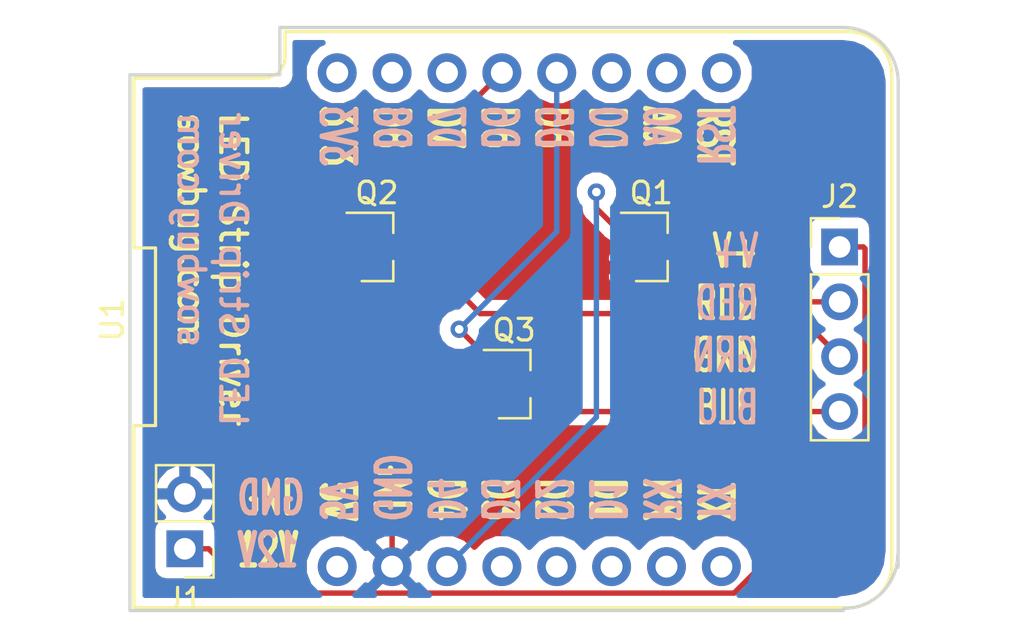
<source format=kicad_pcb>
(kicad_pcb (version 20171130) (host pcbnew 5.0.2-bee76a0~70~ubuntu18.04.1)

  (general
    (thickness 1.6)
    (drawings 18)
    (tracks 44)
    (zones 0)
    (modules 6)
    (nets 21)
  )

  (page A4)
  (layers
    (0 F.Cu signal)
    (31 B.Cu signal)
    (32 B.Adhes user)
    (33 F.Adhes user)
    (34 B.Paste user)
    (35 F.Paste user)
    (36 B.SilkS user)
    (37 F.SilkS user)
    (38 B.Mask user)
    (39 F.Mask user)
    (40 Dwgs.User user)
    (41 Cmts.User user)
    (42 Eco1.User user)
    (43 Eco2.User user)
    (44 Edge.Cuts user)
    (45 Margin user)
    (46 B.CrtYd user)
    (47 F.CrtYd user)
    (48 B.Fab user)
    (49 F.Fab user)
  )

  (setup
    (last_trace_width 0.25)
    (trace_clearance 0.2)
    (zone_clearance 0.508)
    (zone_45_only no)
    (trace_min 0.2)
    (segment_width 0.2)
    (edge_width 0.15)
    (via_size 0.8)
    (via_drill 0.4)
    (via_min_size 0.4)
    (via_min_drill 0.3)
    (uvia_size 0.3)
    (uvia_drill 0.1)
    (uvias_allowed no)
    (uvia_min_size 0.2)
    (uvia_min_drill 0.1)
    (pcb_text_width 0.3)
    (pcb_text_size 1.5 1.5)
    (mod_edge_width 0.15)
    (mod_text_size 1 1)
    (mod_text_width 0.15)
    (pad_size 1.524 1.524)
    (pad_drill 0.762)
    (pad_to_mask_clearance 0.051)
    (solder_mask_min_width 0.25)
    (aux_axis_origin 0 0)
    (visible_elements FFFFFF7F)
    (pcbplotparams
      (layerselection 0x010fc_ffffffff)
      (usegerberextensions false)
      (usegerberattributes false)
      (usegerberadvancedattributes false)
      (creategerberjobfile false)
      (excludeedgelayer true)
      (linewidth 0.100000)
      (plotframeref false)
      (viasonmask false)
      (mode 1)
      (useauxorigin false)
      (hpglpennumber 1)
      (hpglpenspeed 20)
      (hpglpendiameter 15.000000)
      (psnegative false)
      (psa4output false)
      (plotreference true)
      (plotvalue true)
      (plotinvisibletext false)
      (padsonsilk false)
      (subtractmaskfromsilk false)
      (outputformat 1)
      (mirror false)
      (drillshape 1)
      (scaleselection 1)
      (outputdirectory ""))
  )

  (net 0 "")
  (net 1 "Net-(U1-Pad16)")
  (net 2 GND)
  (net 3 "Net-(U1-Pad15)")
  (net 4 "Net-(Q1-Pad1)")
  (net 5 "Net-(Q2-Pad1)")
  (net 6 "Net-(Q3-Pad1)")
  (net 7 "Net-(U1-Pad4)")
  (net 8 "Net-(U1-Pad5)")
  (net 9 "Net-(U1-Pad11)")
  (net 10 "Net-(U1-Pad6)")
  (net 11 "Net-(U1-Pad10)")
  (net 12 "Net-(U1-Pad7)")
  (net 13 "Net-(U1-Pad9)")
  (net 14 "Net-(U1-Pad8)")
  (net 15 +12V)
  (net 16 "Net-(U1-Pad1)")
  (net 17 "Net-(U1-Pad14)")
  (net 18 "Net-(J2-Pad2)")
  (net 19 "Net-(J2-Pad3)")
  (net 20 "Net-(J2-Pad4)")

  (net_class Default "This is the default net class."
    (clearance 0.2)
    (trace_width 0.25)
    (via_dia 0.8)
    (via_drill 0.4)
    (uvia_dia 0.3)
    (uvia_drill 0.1)
    (add_net +12V)
    (add_net GND)
    (add_net "Net-(J2-Pad2)")
    (add_net "Net-(J2-Pad3)")
    (add_net "Net-(J2-Pad4)")
    (add_net "Net-(Q1-Pad1)")
    (add_net "Net-(Q2-Pad1)")
    (add_net "Net-(Q3-Pad1)")
    (add_net "Net-(U1-Pad1)")
    (add_net "Net-(U1-Pad10)")
    (add_net "Net-(U1-Pad11)")
    (add_net "Net-(U1-Pad14)")
    (add_net "Net-(U1-Pad15)")
    (add_net "Net-(U1-Pad16)")
    (add_net "Net-(U1-Pad4)")
    (add_net "Net-(U1-Pad5)")
    (add_net "Net-(U1-Pad6)")
    (add_net "Net-(U1-Pad7)")
    (add_net "Net-(U1-Pad8)")
    (add_net "Net-(U1-Pad9)")
  )

  (module Connector_PinHeader_2.54mm:PinHeader_1x04_P2.54mm_Vertical (layer F.Cu) (tedit 59FED5CC) (tstamp 5C30FE32)
    (at 170.01 90.17)
    (descr "Through hole straight pin header, 1x04, 2.54mm pitch, single row")
    (tags "Through hole pin header THT 1x04 2.54mm single row")
    (path /5C18AA9A)
    (fp_text reference J2 (at 0 -2.33) (layer F.SilkS)
      (effects (font (size 1 1) (thickness 0.15)))
    )
    (fp_text value Screw_Terminal_01x04 (at 0 9.95) (layer F.Fab)
      (effects (font (size 1 1) (thickness 0.15)))
    )
    (fp_line (start -0.635 -1.27) (end 1.27 -1.27) (layer F.Fab) (width 0.1))
    (fp_line (start 1.27 -1.27) (end 1.27 8.89) (layer F.Fab) (width 0.1))
    (fp_line (start 1.27 8.89) (end -1.27 8.89) (layer F.Fab) (width 0.1))
    (fp_line (start -1.27 8.89) (end -1.27 -0.635) (layer F.Fab) (width 0.1))
    (fp_line (start -1.27 -0.635) (end -0.635 -1.27) (layer F.Fab) (width 0.1))
    (fp_line (start -1.33 8.95) (end 1.33 8.95) (layer F.SilkS) (width 0.12))
    (fp_line (start -1.33 1.27) (end -1.33 8.95) (layer F.SilkS) (width 0.12))
    (fp_line (start 1.33 1.27) (end 1.33 8.95) (layer F.SilkS) (width 0.12))
    (fp_line (start -1.33 1.27) (end 1.33 1.27) (layer F.SilkS) (width 0.12))
    (fp_line (start -1.33 0) (end -1.33 -1.33) (layer F.SilkS) (width 0.12))
    (fp_line (start -1.33 -1.33) (end 0 -1.33) (layer F.SilkS) (width 0.12))
    (fp_line (start -1.8 -1.8) (end -1.8 9.4) (layer F.CrtYd) (width 0.05))
    (fp_line (start -1.8 9.4) (end 1.8 9.4) (layer F.CrtYd) (width 0.05))
    (fp_line (start 1.8 9.4) (end 1.8 -1.8) (layer F.CrtYd) (width 0.05))
    (fp_line (start 1.8 -1.8) (end -1.8 -1.8) (layer F.CrtYd) (width 0.05))
    (fp_text user %R (at 0 3.81 90) (layer F.Fab)
      (effects (font (size 1 1) (thickness 0.15)))
    )
    (pad 1 thru_hole rect (at 0 0) (size 1.7 1.7) (drill 1) (layers *.Cu *.Mask)
      (net 15 +12V))
    (pad 2 thru_hole oval (at 0 2.54) (size 1.7 1.7) (drill 1) (layers *.Cu *.Mask)
      (net 18 "Net-(J2-Pad2)"))
    (pad 3 thru_hole oval (at 0 5.08) (size 1.7 1.7) (drill 1) (layers *.Cu *.Mask)
      (net 19 "Net-(J2-Pad3)"))
    (pad 4 thru_hole oval (at 0 7.62) (size 1.7 1.7) (drill 1) (layers *.Cu *.Mask)
      (net 20 "Net-(J2-Pad4)"))
    (model ${KISYS3DMOD}/Connector_PinHeader_2.54mm.3dshapes/PinHeader_1x04_P2.54mm_Vertical.wrl
      (at (xyz 0 0 0))
      (scale (xyz 1 1 1))
      (rotate (xyz 0 0 0))
    )
  )

  (module Connector_PinHeader_2.54mm:PinHeader_1x02_P2.54mm_Vertical (layer F.Cu) (tedit 59FED5CC) (tstamp 5C30F9B2)
    (at 139.7 104.14 180)
    (descr "Through hole straight pin header, 1x02, 2.54mm pitch, single row")
    (tags "Through hole pin header THT 1x02 2.54mm single row")
    (path /5C189E54)
    (fp_text reference J1 (at 0 -2.33 180) (layer F.SilkS)
      (effects (font (size 1 1) (thickness 0.15)))
    )
    (fp_text value Screw_Terminal_01x02 (at 0 4.87 180) (layer F.Fab)
      (effects (font (size 1 1) (thickness 0.15)))
    )
    (fp_line (start -0.635 -1.27) (end 1.27 -1.27) (layer F.Fab) (width 0.1))
    (fp_line (start 1.27 -1.27) (end 1.27 3.81) (layer F.Fab) (width 0.1))
    (fp_line (start 1.27 3.81) (end -1.27 3.81) (layer F.Fab) (width 0.1))
    (fp_line (start -1.27 3.81) (end -1.27 -0.635) (layer F.Fab) (width 0.1))
    (fp_line (start -1.27 -0.635) (end -0.635 -1.27) (layer F.Fab) (width 0.1))
    (fp_line (start -1.33 3.87) (end 1.33 3.87) (layer F.SilkS) (width 0.12))
    (fp_line (start -1.33 1.27) (end -1.33 3.87) (layer F.SilkS) (width 0.12))
    (fp_line (start 1.33 1.27) (end 1.33 3.87) (layer F.SilkS) (width 0.12))
    (fp_line (start -1.33 1.27) (end 1.33 1.27) (layer F.SilkS) (width 0.12))
    (fp_line (start -1.33 0) (end -1.33 -1.33) (layer F.SilkS) (width 0.12))
    (fp_line (start -1.33 -1.33) (end 0 -1.33) (layer F.SilkS) (width 0.12))
    (fp_line (start -1.8 -1.8) (end -1.8 4.35) (layer F.CrtYd) (width 0.05))
    (fp_line (start -1.8 4.35) (end 1.8 4.35) (layer F.CrtYd) (width 0.05))
    (fp_line (start 1.8 4.35) (end 1.8 -1.8) (layer F.CrtYd) (width 0.05))
    (fp_line (start 1.8 -1.8) (end -1.8 -1.8) (layer F.CrtYd) (width 0.05))
    (fp_text user %R (at 0 1.27 270) (layer F.Fab)
      (effects (font (size 1 1) (thickness 0.15)))
    )
    (pad 1 thru_hole rect (at 0 0 180) (size 1.7 1.7) (drill 1) (layers *.Cu *.Mask)
      (net 15 +12V))
    (pad 2 thru_hole oval (at 0 2.54 180) (size 1.7 1.7) (drill 1) (layers *.Cu *.Mask)
      (net 2 GND))
    (model ${KISYS3DMOD}/Connector_PinHeader_2.54mm.3dshapes/PinHeader_1x02_P2.54mm_Vertical.wrl
      (at (xyz 0 0 0))
      (scale (xyz 1 1 1))
      (rotate (xyz 0 0 0))
    )
  )

  (module Package_TO_SOT_SMD:SOT-23 (layer F.Cu) (tedit 5A02FF57) (tstamp 5C30F99C)
    (at 154.94 96.52)
    (descr "SOT-23, Standard")
    (tags SOT-23)
    (path /5C188DA9)
    (attr smd)
    (fp_text reference Q3 (at 0 -2.5) (layer F.SilkS)
      (effects (font (size 1 1) (thickness 0.15)))
    )
    (fp_text value AO3402 (at 0 2.5) (layer F.Fab)
      (effects (font (size 1 1) (thickness 0.15)))
    )
    (fp_text user %R (at 0 0 90) (layer F.Fab)
      (effects (font (size 0.5 0.5) (thickness 0.075)))
    )
    (fp_line (start -0.7 -0.95) (end -0.7 1.5) (layer F.Fab) (width 0.1))
    (fp_line (start -0.15 -1.52) (end 0.7 -1.52) (layer F.Fab) (width 0.1))
    (fp_line (start -0.7 -0.95) (end -0.15 -1.52) (layer F.Fab) (width 0.1))
    (fp_line (start 0.7 -1.52) (end 0.7 1.52) (layer F.Fab) (width 0.1))
    (fp_line (start -0.7 1.52) (end 0.7 1.52) (layer F.Fab) (width 0.1))
    (fp_line (start 0.76 1.58) (end 0.76 0.65) (layer F.SilkS) (width 0.12))
    (fp_line (start 0.76 -1.58) (end 0.76 -0.65) (layer F.SilkS) (width 0.12))
    (fp_line (start -1.7 -1.75) (end 1.7 -1.75) (layer F.CrtYd) (width 0.05))
    (fp_line (start 1.7 -1.75) (end 1.7 1.75) (layer F.CrtYd) (width 0.05))
    (fp_line (start 1.7 1.75) (end -1.7 1.75) (layer F.CrtYd) (width 0.05))
    (fp_line (start -1.7 1.75) (end -1.7 -1.75) (layer F.CrtYd) (width 0.05))
    (fp_line (start 0.76 -1.58) (end -1.4 -1.58) (layer F.SilkS) (width 0.12))
    (fp_line (start 0.76 1.58) (end -0.7 1.58) (layer F.SilkS) (width 0.12))
    (pad 1 smd rect (at -1 -0.95) (size 0.9 0.8) (layers F.Cu F.Paste F.Mask)
      (net 6 "Net-(Q3-Pad1)"))
    (pad 2 smd rect (at -1 0.95) (size 0.9 0.8) (layers F.Cu F.Paste F.Mask)
      (net 2 GND))
    (pad 3 smd rect (at 1 0) (size 0.9 0.8) (layers F.Cu F.Paste F.Mask)
      (net 20 "Net-(J2-Pad4)"))
    (model ${KISYS3DMOD}/Package_TO_SOT_SMD.3dshapes/SOT-23.wrl
      (at (xyz 0 0 0))
      (scale (xyz 1 1 1))
      (rotate (xyz 0 0 0))
    )
  )

  (module Package_TO_SOT_SMD:SOT-23 (layer F.Cu) (tedit 5A02FF57) (tstamp 5C30F987)
    (at 148.59 90.17)
    (descr "SOT-23, Standard")
    (tags SOT-23)
    (path /5C188E5A)
    (attr smd)
    (fp_text reference Q2 (at 0 -2.5) (layer F.SilkS)
      (effects (font (size 1 1) (thickness 0.15)))
    )
    (fp_text value AO3402 (at 0 2.5) (layer F.Fab)
      (effects (font (size 1 1) (thickness 0.15)))
    )
    (fp_line (start 0.76 1.58) (end -0.7 1.58) (layer F.SilkS) (width 0.12))
    (fp_line (start 0.76 -1.58) (end -1.4 -1.58) (layer F.SilkS) (width 0.12))
    (fp_line (start -1.7 1.75) (end -1.7 -1.75) (layer F.CrtYd) (width 0.05))
    (fp_line (start 1.7 1.75) (end -1.7 1.75) (layer F.CrtYd) (width 0.05))
    (fp_line (start 1.7 -1.75) (end 1.7 1.75) (layer F.CrtYd) (width 0.05))
    (fp_line (start -1.7 -1.75) (end 1.7 -1.75) (layer F.CrtYd) (width 0.05))
    (fp_line (start 0.76 -1.58) (end 0.76 -0.65) (layer F.SilkS) (width 0.12))
    (fp_line (start 0.76 1.58) (end 0.76 0.65) (layer F.SilkS) (width 0.12))
    (fp_line (start -0.7 1.52) (end 0.7 1.52) (layer F.Fab) (width 0.1))
    (fp_line (start 0.7 -1.52) (end 0.7 1.52) (layer F.Fab) (width 0.1))
    (fp_line (start -0.7 -0.95) (end -0.15 -1.52) (layer F.Fab) (width 0.1))
    (fp_line (start -0.15 -1.52) (end 0.7 -1.52) (layer F.Fab) (width 0.1))
    (fp_line (start -0.7 -0.95) (end -0.7 1.5) (layer F.Fab) (width 0.1))
    (fp_text user %R (at 0 0 90) (layer F.Fab)
      (effects (font (size 0.5 0.5) (thickness 0.075)))
    )
    (pad 3 smd rect (at 1 0) (size 0.9 0.8) (layers F.Cu F.Paste F.Mask)
      (net 19 "Net-(J2-Pad3)"))
    (pad 2 smd rect (at -1 0.95) (size 0.9 0.8) (layers F.Cu F.Paste F.Mask)
      (net 2 GND))
    (pad 1 smd rect (at -1 -0.95) (size 0.9 0.8) (layers F.Cu F.Paste F.Mask)
      (net 5 "Net-(Q2-Pad1)"))
    (model ${KISYS3DMOD}/Package_TO_SOT_SMD.3dshapes/SOT-23.wrl
      (at (xyz 0 0 0))
      (scale (xyz 1 1 1))
      (rotate (xyz 0 0 0))
    )
  )

  (module Package_TO_SOT_SMD:SOT-23 (layer F.Cu) (tedit 5A02FF57) (tstamp 5C30F972)
    (at 161.29 90.17)
    (descr "SOT-23, Standard")
    (tags SOT-23)
    (path /5C188D39)
    (attr smd)
    (fp_text reference Q1 (at 0 -2.5) (layer F.SilkS)
      (effects (font (size 1 1) (thickness 0.15)))
    )
    (fp_text value AO3402 (at 0 2.5) (layer F.Fab)
      (effects (font (size 1 1) (thickness 0.15)))
    )
    (fp_text user %R (at 0 0 90) (layer F.Fab)
      (effects (font (size 0.5 0.5) (thickness 0.075)))
    )
    (fp_line (start -0.7 -0.95) (end -0.7 1.5) (layer F.Fab) (width 0.1))
    (fp_line (start -0.15 -1.52) (end 0.7 -1.52) (layer F.Fab) (width 0.1))
    (fp_line (start -0.7 -0.95) (end -0.15 -1.52) (layer F.Fab) (width 0.1))
    (fp_line (start 0.7 -1.52) (end 0.7 1.52) (layer F.Fab) (width 0.1))
    (fp_line (start -0.7 1.52) (end 0.7 1.52) (layer F.Fab) (width 0.1))
    (fp_line (start 0.76 1.58) (end 0.76 0.65) (layer F.SilkS) (width 0.12))
    (fp_line (start 0.76 -1.58) (end 0.76 -0.65) (layer F.SilkS) (width 0.12))
    (fp_line (start -1.7 -1.75) (end 1.7 -1.75) (layer F.CrtYd) (width 0.05))
    (fp_line (start 1.7 -1.75) (end 1.7 1.75) (layer F.CrtYd) (width 0.05))
    (fp_line (start 1.7 1.75) (end -1.7 1.75) (layer F.CrtYd) (width 0.05))
    (fp_line (start -1.7 1.75) (end -1.7 -1.75) (layer F.CrtYd) (width 0.05))
    (fp_line (start 0.76 -1.58) (end -1.4 -1.58) (layer F.SilkS) (width 0.12))
    (fp_line (start 0.76 1.58) (end -0.7 1.58) (layer F.SilkS) (width 0.12))
    (pad 1 smd rect (at -1 -0.95) (size 0.9 0.8) (layers F.Cu F.Paste F.Mask)
      (net 4 "Net-(Q1-Pad1)"))
    (pad 2 smd rect (at -1 0.95) (size 0.9 0.8) (layers F.Cu F.Paste F.Mask)
      (net 2 GND))
    (pad 3 smd rect (at 1 0) (size 0.9 0.8) (layers F.Cu F.Paste F.Mask)
      (net 18 "Net-(J2-Pad2)"))
    (model ${KISYS3DMOD}/Package_TO_SOT_SMD.3dshapes/SOT-23.wrl
      (at (xyz 0 0 0))
      (scale (xyz 1 1 1))
      (rotate (xyz 0 0 0))
    )
  )

  (module wemos-d1-mini:wemos-d1-mini-connectors-only (layer F.Cu) (tedit 58B56BF5) (tstamp 5C30F95D)
    (at 155.645001 93.537025)
    (path /5C18864E)
    (fp_text reference U1 (at -19.3 0 90) (layer F.SilkS)
      (effects (font (size 1 1) (thickness 0.15)))
    )
    (fp_text value WeMos_mini (at 0 0) (layer F.Fab)
      (effects (font (size 1 1) (thickness 0.15)))
    )
    (fp_line (start -18.3 13.33) (end 14.78 13.33) (layer F.SilkS) (width 0.15))
    (fp_line (start 16.78 11.33) (end 16.78 -11.33) (layer F.SilkS) (width 0.15))
    (fp_line (start 14.78 -13.33) (end -11.3 -13.33) (layer F.SilkS) (width 0.15))
    (fp_line (start -18.3 -11.18) (end -18.3 -3.32) (layer F.SilkS) (width 0.15))
    (fp_line (start -18.3 -3.32) (end -17.3 -3.32) (layer F.SilkS) (width 0.15))
    (fp_line (start -17.3 -3.32) (end -17.3 4.9) (layer F.SilkS) (width 0.15))
    (fp_line (start -17.3 4.9) (end -18.3 4.9) (layer F.SilkS) (width 0.15))
    (fp_line (start -18.3 4.9) (end -18.3 13.329999) (layer F.SilkS) (width 0.15))
    (fp_line (start -11.48 -13.5) (end 14.85 -13.5) (layer F.CrtYd) (width 0.05))
    (fp_line (start 16.94 -11.5) (end 16.94 11.5) (layer F.CrtYd) (width 0.05))
    (fp_line (start 14.94 13.5) (end -18.46 13.5) (layer F.CrtYd) (width 0.05))
    (fp_line (start -18.46 13.5) (end -18.46 -11.33) (layer F.CrtYd) (width 0.05))
    (fp_arc (start 14.78 -11.33) (end 14.78 -13.33) (angle 90) (layer F.SilkS) (width 0.15))
    (fp_arc (start 14.78 11.33) (end 16.78 11.33) (angle 90) (layer F.SilkS) (width 0.15))
    (fp_arc (start 14.94 11.5) (end 16.94 11.5) (angle 90) (layer F.CrtYd) (width 0.05))
    (fp_arc (start 14.94 -11.5) (end 14.85 -13.5) (angle 92.57657183) (layer F.CrtYd) (width 0.05))
    (fp_line (start -18.3 -11.18) (end -12.3 -11.18) (layer F.SilkS) (width 0.15))
    (fp_arc (start -12.3 -12.18) (end -11.3 -12.18) (angle 90) (layer F.SilkS) (width 0.15))
    (fp_line (start -11.3 -12.17) (end -11.3 -13.33) (layer F.SilkS) (width 0.15))
    (fp_line (start -11.3 -13.33) (end -11.3 -13.33) (layer F.SilkS) (width 0.15))
    (fp_line (start -11.48 -13.5) (end -11.48 -12.33) (layer F.CrtYd) (width 0.05))
    (fp_line (start -18.46 -11.33) (end -12.48 -11.33) (layer F.CrtYd) (width 0.05))
    (fp_arc (start -12.48 -12.33) (end -11.48 -12.33) (angle 90) (layer F.CrtYd) (width 0.05))
    (pad 16 thru_hole circle (at -8.89 -11.43) (size 1.8 1.8) (drill 1.016) (layers *.Cu *.Mask)
      (net 1 "Net-(U1-Pad16)"))
    (pad 1 thru_hole circle (at -8.89 11.43) (size 1.8 1.8) (drill 1.016) (layers *.Cu *.Mask)
      (net 16 "Net-(U1-Pad1)"))
    (pad 15 thru_hole circle (at -6.35 -11.43) (size 1.8 1.8) (drill 1.016) (layers *.Cu *.Mask)
      (net 3 "Net-(U1-Pad15)"))
    (pad 2 thru_hole circle (at -6.35 11.43) (size 1.8 1.8) (drill 1.016) (layers *.Cu *.Mask)
      (net 2 GND))
    (pad 14 thru_hole circle (at -3.81 -11.43) (size 1.8 1.8) (drill 1.016) (layers *.Cu *.Mask)
      (net 17 "Net-(U1-Pad14)"))
    (pad 3 thru_hole circle (at -3.81 11.43) (size 1.8 1.8) (drill 1.016) (layers *.Cu *.Mask)
      (net 4 "Net-(Q1-Pad1)"))
    (pad 13 thru_hole circle (at -1.27 -11.43) (size 1.8 1.8) (drill 1.016) (layers *.Cu *.Mask)
      (net 5 "Net-(Q2-Pad1)"))
    (pad 4 thru_hole circle (at -1.27 11.43) (size 1.8 1.8) (drill 1.016) (layers *.Cu *.Mask)
      (net 7 "Net-(U1-Pad4)"))
    (pad 12 thru_hole circle (at 1.27 -11.43) (size 1.8 1.8) (drill 1.016) (layers *.Cu *.Mask)
      (net 6 "Net-(Q3-Pad1)"))
    (pad 5 thru_hole circle (at 1.27 11.43) (size 1.8 1.8) (drill 1.016) (layers *.Cu *.Mask)
      (net 8 "Net-(U1-Pad5)"))
    (pad 11 thru_hole circle (at 3.81 -11.43) (size 1.8 1.8) (drill 1.016) (layers *.Cu *.Mask)
      (net 9 "Net-(U1-Pad11)"))
    (pad 6 thru_hole circle (at 3.81 11.43) (size 1.8 1.8) (drill 1.016) (layers *.Cu *.Mask)
      (net 10 "Net-(U1-Pad6)"))
    (pad 10 thru_hole circle (at 6.35 -11.43) (size 1.8 1.8) (drill 1.016) (layers *.Cu *.Mask)
      (net 11 "Net-(U1-Pad10)"))
    (pad 7 thru_hole circle (at 6.35 11.43) (size 1.8 1.8) (drill 1.016) (layers *.Cu *.Mask)
      (net 12 "Net-(U1-Pad7)"))
    (pad 9 thru_hole circle (at 8.89 -11.43) (size 1.8 1.8) (drill 1.016) (layers *.Cu *.Mask)
      (net 13 "Net-(U1-Pad9)"))
    (pad 8 thru_hole circle (at 8.89 11.43) (size 1.8 1.8) (drill 1.016) (layers *.Cu *.Mask)
      (net 14 "Net-(U1-Pad8)"))
    (model ${KIPRJMOD}/3dshapes/wemos_d1_mini.3dshapes/SLW-108-01-G-S.wrl
      (offset (xyz 0 -11.39999982878918 0))
      (scale (xyz 0.3937 0.3937 0.3937))
      (rotate (xyz -90 0 0))
    )
    (model ${KIPRJMOD}/3dshapes/wemos_d1_mini.3dshapes/SLW-108-01-G-S.wrl
      (offset (xyz 0 11.39999982878918 0))
      (scale (xyz 0.3937 0.3937 0.3937))
      (rotate (xyz -90 0 0))
    )
    (model ${KIPRJMOD}/3dshapes/wemos_d1_mini.3dshapes/TSW-108-05-G-S.wrl
      (offset (xyz 0 -11.39999982878918 7.299999890364999))
      (scale (xyz 0.3937 0.3937 0.3937))
      (rotate (xyz 90 0 0))
    )
    (model ${KIPRJMOD}/3dshapes/wemos_d1_mini.3dshapes/TSW-108-05-G-S.wrl
      (offset (xyz 0 11.39999982878918 7.299999890364999))
      (scale (xyz 0.3937 0.3937 0.3937))
      (rotate (xyz 90 0 0))
    )
  )

  (gr_arc (start 170.2 104.4) (end 170.2 106.9) (angle -90) (layer Edge.Cuts) (width 0.15))
  (gr_line (start 144.1 82.2) (end 137.16 82.2) (layer Edge.Cuts) (width 0.15))
  (gr_line (start 144.1 80.01) (end 144.1 82.2) (layer Edge.Cuts) (width 0.15))
  (gr_arc (start 170.18 82.55) (end 172.72 82.55) (angle -90) (layer Edge.Cuts) (width 0.15))
  (gr_line (start 137.16 107) (end 137.16 82.2) (layer Edge.Cuts) (width 0.15))
  (gr_line (start 170.18 107) (end 137.16 107) (layer Edge.Cuts) (width 0.15))
  (gr_line (start 172.72 82.55) (end 172.72 105) (layer Edge.Cuts) (width 0.15))
  (gr_line (start 144.1 80.01) (end 170.18 80.01) (layer Edge.Cuts) (width 0.15))
  (gr_text "LED Strip Driver\nsowbug.com" (at 140.97 83.82 -90) (layer B.SilkS) (tstamp 5C311DB9)
    (effects (font (size 1.2 1.2) (thickness 0.2)) (justify right mirror))
  )
  (gr_text "LED Strip Driver\nsowbug.com" (at 140.97 83.82 -90) (layer F.SilkS)
    (effects (font (size 1.2 1.2) (thickness 0.2)) (justify left))
  )
  (gr_text "V+\nRED\nGRN\nBLU" (at 166.37 93.98) (layer B.SilkS) (tstamp 5C311CBA)
    (effects (font (size 1.5 1) (thickness 0.2)) (justify left mirror))
  )
  (gr_text "V+\nRED\nGRN\nBLU" (at 166.37 93.98) (layer F.SilkS) (tstamp 5C3116E4)
    (effects (font (size 1.5 1) (thickness 0.2)) (justify right))
  )
  (gr_text "GND\n12V" (at 142 103) (layer B.SilkS) (tstamp 5C31168B)
    (effects (font (size 1.5 1) (thickness 0.25)) (justify right mirror))
  )
  (gr_text "RST\nA0\nD0\nD5\nD6\nD7\nD8\n3V3" (at 155.5 83.5 270) (layer B.SilkS) (tstamp 5C311687)
    (effects (font (size 1.55 1) (thickness 0.25)) (justify right mirror))
  )
  (gr_text "TX\nRX\nD1\nD2\nD3\nD4\nGND\n5V" (at 155.5 103 270) (layer B.SilkS) (tstamp 5C311679)
    (effects (font (size 1.55 1) (thickness 0.25)) (justify left mirror))
  )
  (gr_text "GND\n12V" (at 142 103) (layer F.SilkS)
    (effects (font (size 1.5 1) (thickness 0.25)) (justify left))
  )
  (gr_text "TX\nRX\nD1\nD2\nD3\nD4\nGND\n5V" (at 155.5 103 270) (layer F.SilkS) (tstamp 5C310652)
    (effects (font (size 1.55 1) (thickness 0.25)) (justify right))
  )
  (gr_text "RST\nA0\nD0\nD5\nD6\nD7\nD8\n3V3" (at 155.5 83.5 270) (layer F.SilkS)
    (effects (font (size 1.55 1) (thickness 0.25)) (justify left))
  )

  (segment (start 153.94 97.47) (end 147.59 91.12) (width 0.25) (layer F.Cu) (net 2))
  (segment (start 149.295001 103.694233) (end 149.295001 104.967025) (width 0.25) (layer F.Cu) (net 2))
  (segment (start 149.295001 102.064999) (end 149.295001 103.694233) (width 0.25) (layer F.Cu) (net 2))
  (segment (start 153.89 97.47) (end 149.295001 102.064999) (width 0.25) (layer F.Cu) (net 2))
  (segment (start 148.830002 101.6) (end 139.7 101.6) (width 0.25) (layer F.Cu) (net 2))
  (segment (start 149.295001 102.064999) (end 148.830002 101.6) (width 0.25) (layer F.Cu) (net 2))
  (segment (start 148.814999 89.509999) (end 148.814999 92.394999) (width 0.25) (layer F.Cu) (net 2))
  (segment (start 148.814999 92.394999) (end 153.89 97.47) (width 0.25) (layer F.Cu) (net 2))
  (segment (start 148.879999 89.444999) (end 148.814999 89.509999) (width 0.25) (layer F.Cu) (net 2))
  (segment (start 153.89 97.47) (end 153.94 97.47) (width 0.25) (layer F.Cu) (net 2))
  (segment (start 158.564999 89.444999) (end 148.879999 89.444999) (width 0.25) (layer F.Cu) (net 2))
  (segment (start 160.24 91.12) (end 158.564999 89.444999) (width 0.25) (layer F.Cu) (net 2))
  (segment (start 160.29 91.12) (end 160.24 91.12) (width 0.25) (layer F.Cu) (net 2))
  (via (at 158.75 87.63) (size 0.8) (drill 0.4) (layers F.Cu B.Cu) (net 4))
  (segment (start 158.75 88.38) (end 158.75 87.63) (width 0.25) (layer F.Cu) (net 4))
  (segment (start 160.29 89.22) (end 159.59 89.22) (width 0.25) (layer F.Cu) (net 4))
  (segment (start 159.59 89.22) (end 158.75 88.38) (width 0.25) (layer F.Cu) (net 4))
  (segment (start 158.75 98.052026) (end 151.835001 104.967025) (width 0.25) (layer B.Cu) (net 4))
  (segment (start 158.75 87.63) (end 158.75 98.052026) (width 0.25) (layer B.Cu) (net 4))
  (segment (start 147.59 88.892026) (end 147.59 89.22) (width 0.25) (layer F.Cu) (net 5))
  (segment (start 154.375001 82.107025) (end 147.59 88.892026) (width 0.25) (layer F.Cu) (net 5))
  (segment (start 153.94 95.57) (end 153.94 95.52) (width 0.25) (layer F.Cu) (net 6))
  (via (at 152.4 93.98) (size 0.8) (drill 0.4) (layers F.Cu B.Cu) (net 6))
  (segment (start 153.94 95.52) (end 152.4 93.98) (width 0.25) (layer F.Cu) (net 6))
  (segment (start 156.915001 89.464999) (end 156.915001 82.107025) (width 0.25) (layer B.Cu) (net 6))
  (segment (start 152.4 93.98) (end 156.915001 89.464999) (width 0.25) (layer B.Cu) (net 6))
  (segment (start 170.085001 90.245001) (end 170.01 90.17) (width 0.25) (layer F.Cu) (net 15))
  (segment (start 140.8 104.14) (end 139.7 104.14) (width 0.25) (layer F.Cu) (net 15))
  (segment (start 142.852026 106.192026) (end 140.8 104.14) (width 0.25) (layer F.Cu) (net 15))
  (segment (start 165.123002 106.192026) (end 142.852026 106.192026) (width 0.25) (layer F.Cu) (net 15))
  (segment (start 171.185001 100.130027) (end 165.123002 106.192026) (width 0.25) (layer F.Cu) (net 15))
  (segment (start 171.185001 90.245001) (end 171.185001 100.130027) (width 0.25) (layer F.Cu) (net 15))
  (segment (start 171.11 90.17) (end 171.185001 90.245001) (width 0.25) (layer F.Cu) (net 15))
  (segment (start 170.01 90.17) (end 171.11 90.17) (width 0.25) (layer F.Cu) (net 15))
  (segment (start 162.29 90.82) (end 162.29 90.17) (width 0.25) (layer F.Cu) (net 18))
  (segment (start 164.18 92.71) (end 162.29 90.82) (width 0.25) (layer F.Cu) (net 18))
  (segment (start 170.01 92.71) (end 164.18 92.71) (width 0.25) (layer F.Cu) (net 18))
  (segment (start 150.29 90.17) (end 149.59 90.17) (width 0.25) (layer F.Cu) (net 19))
  (segment (start 153.374999 93.254999) (end 150.29 90.17) (width 0.25) (layer F.Cu) (net 19))
  (segment (start 168.014999 93.254999) (end 153.374999 93.254999) (width 0.25) (layer F.Cu) (net 19))
  (segment (start 170.01 95.25) (end 168.014999 93.254999) (width 0.25) (layer F.Cu) (net 19))
  (segment (start 155.94 97.17) (end 155.94 96.52) (width 0.25) (layer F.Cu) (net 20))
  (segment (start 156.56 97.79) (end 155.94 97.17) (width 0.25) (layer F.Cu) (net 20))
  (segment (start 170.01 97.79) (end 156.56 97.79) (width 0.25) (layer F.Cu) (net 20))

  (zone (net 2) (net_name GND) (layer F.Cu) (tstamp 0) (hatch edge 0.508)
    (connect_pads (clearance 0.508))
    (min_thickness 0.254)
    (fill yes (arc_segments 16) (thermal_gap 0.508) (thermal_bridge_width 0.508))
    (polygon
      (pts
        (xy 135.89 78.74) (xy 173.99 78.74) (xy 173.99 107.95) (xy 135.89 107.95)
      )
    )
    (filled_polygon
      (pts
        (xy 170.633698 80.782958) (xy 171.058893 80.951305) (xy 171.428858 81.220101) (xy 171.720356 81.572462) (xy 171.915067 81.986244)
        (xy 172.007093 82.468662) (xy 172.01 82.561164) (xy 172.010001 104.235513) (xy 171.995598 104.311014) (xy 171.928299 104.843751)
        (xy 171.763646 105.259618) (xy 171.500741 105.621477) (xy 171.156105 105.906583) (xy 170.751395 106.097024) (xy 170.278825 106.187172)
        (xy 170.177699 106.19035) (xy 170.001917 106.218191) (xy 169.838581 106.288873) (xy 169.837128 106.29) (xy 166.099829 106.29)
        (xy 171.669474 100.720356) (xy 171.73293 100.677956) (xy 171.900905 100.426564) (xy 171.945001 100.204879) (xy 171.945001 100.204875)
        (xy 171.959889 100.130028) (xy 171.945001 100.055181) (xy 171.945001 90.319847) (xy 171.959889 90.245) (xy 171.945001 90.170153)
        (xy 171.945001 90.170149) (xy 171.900905 89.948464) (xy 171.73293 89.697072) (xy 171.68797 89.667031) (xy 171.657929 89.622071)
        (xy 171.50744 89.521517) (xy 171.50744 89.32) (xy 171.458157 89.072235) (xy 171.317809 88.862191) (xy 171.107765 88.721843)
        (xy 170.86 88.67256) (xy 169.16 88.67256) (xy 168.912235 88.721843) (xy 168.702191 88.862191) (xy 168.561843 89.072235)
        (xy 168.51256 89.32) (xy 168.51256 91.02) (xy 168.561843 91.267765) (xy 168.702191 91.477809) (xy 168.912235 91.618157)
        (xy 168.957619 91.627184) (xy 168.939375 91.639375) (xy 168.731822 91.95) (xy 164.494802 91.95) (xy 163.342207 90.797405)
        (xy 163.38744 90.57) (xy 163.38744 89.77) (xy 163.338157 89.522235) (xy 163.197809 89.312191) (xy 162.987765 89.171843)
        (xy 162.74 89.12256) (xy 161.84 89.12256) (xy 161.592235 89.171843) (xy 161.38744 89.308684) (xy 161.38744 88.82)
        (xy 161.338157 88.572235) (xy 161.197809 88.362191) (xy 160.987765 88.221843) (xy 160.74 88.17256) (xy 159.84 88.17256)
        (xy 159.6543 88.209498) (xy 159.637287 88.192485) (xy 159.785 87.835874) (xy 159.785 87.424126) (xy 159.627431 87.04372)
        (xy 159.33628 86.752569) (xy 158.955874 86.595) (xy 158.544126 86.595) (xy 158.16372 86.752569) (xy 157.872569 87.04372)
        (xy 157.715 87.424126) (xy 157.715 87.835874) (xy 157.872569 88.21628) (xy 157.985262 88.328973) (xy 157.975112 88.38)
        (xy 157.99 88.454847) (xy 157.99 88.454851) (xy 158.034096 88.676536) (xy 158.202071 88.927929) (xy 158.265529 88.970331)
        (xy 158.999673 89.704475) (xy 159.042071 89.767929) (xy 159.105524 89.810327) (xy 159.105526 89.810329) (xy 159.230902 89.894102)
        (xy 159.28246 89.928552) (xy 159.382191 90.077809) (xy 159.515694 90.167013) (xy 159.480302 90.181673) (xy 159.301673 90.360301)
        (xy 159.205 90.59369) (xy 159.205 90.83425) (xy 159.36375 90.993) (xy 160.163 90.993) (xy 160.163 90.973)
        (xy 160.417 90.973) (xy 160.417 90.993) (xy 161.21625 90.993) (xy 161.301781 90.907469) (xy 161.382191 91.027809)
        (xy 161.592235 91.168157) (xy 161.611095 91.171908) (xy 161.742071 91.367929) (xy 161.80553 91.410331) (xy 162.890197 92.494999)
        (xy 153.689802 92.494999) (xy 152.600553 91.40575) (xy 159.205 91.40575) (xy 159.205 91.64631) (xy 159.301673 91.879699)
        (xy 159.480302 92.058327) (xy 159.713691 92.155) (xy 160.00425 92.155) (xy 160.163 91.99625) (xy 160.163 91.247)
        (xy 160.417 91.247) (xy 160.417 91.99625) (xy 160.57575 92.155) (xy 160.866309 92.155) (xy 161.099698 92.058327)
        (xy 161.278327 91.879699) (xy 161.375 91.64631) (xy 161.375 91.40575) (xy 161.21625 91.247) (xy 160.417 91.247)
        (xy 160.163 91.247) (xy 159.36375 91.247) (xy 159.205 91.40575) (xy 152.600553 91.40575) (xy 150.880331 89.68553)
        (xy 150.837929 89.622071) (xy 150.59754 89.461448) (xy 150.497809 89.312191) (xy 150.287765 89.171843) (xy 150.04 89.12256)
        (xy 149.14 89.12256) (xy 148.892235 89.171843) (xy 148.68744 89.308684) (xy 148.68744 88.869387) (xy 153.960163 83.596665)
        (xy 154.069671 83.642025) (xy 154.680331 83.642025) (xy 155.244508 83.408335) (xy 155.645001 83.007842) (xy 156.045494 83.408335)
        (xy 156.609671 83.642025) (xy 157.220331 83.642025) (xy 157.784508 83.408335) (xy 158.185001 83.007842) (xy 158.585494 83.408335)
        (xy 159.149671 83.642025) (xy 159.760331 83.642025) (xy 160.324508 83.408335) (xy 160.725001 83.007842) (xy 161.125494 83.408335)
        (xy 161.689671 83.642025) (xy 162.300331 83.642025) (xy 162.864508 83.408335) (xy 163.265001 83.007842) (xy 163.665494 83.408335)
        (xy 164.229671 83.642025) (xy 164.840331 83.642025) (xy 165.404508 83.408335) (xy 165.836311 82.976532) (xy 166.070001 82.412355)
        (xy 166.070001 81.801695) (xy 165.836311 81.237518) (xy 165.404508 80.805715) (xy 165.197574 80.72) (xy 170.135334 80.72)
      )
    )
    (filled_polygon
      (pts
        (xy 145.885494 80.805715) (xy 145.453691 81.237518) (xy 145.220001 81.801695) (xy 145.220001 82.412355) (xy 145.453691 82.976532)
        (xy 145.885494 83.408335) (xy 146.449671 83.642025) (xy 147.060331 83.642025) (xy 147.624508 83.408335) (xy 148.025001 83.007842)
        (xy 148.425494 83.408335) (xy 148.989671 83.642025) (xy 149.600331 83.642025) (xy 150.164508 83.408335) (xy 150.565001 83.007842)
        (xy 150.965494 83.408335) (xy 151.529671 83.642025) (xy 151.765199 83.642025) (xy 147.234665 88.17256) (xy 147.14 88.17256)
        (xy 146.892235 88.221843) (xy 146.682191 88.362191) (xy 146.541843 88.572235) (xy 146.49256 88.82) (xy 146.49256 89.62)
        (xy 146.541843 89.867765) (xy 146.682191 90.077809) (xy 146.815694 90.167013) (xy 146.780302 90.181673) (xy 146.601673 90.360301)
        (xy 146.505 90.59369) (xy 146.505 90.83425) (xy 146.66375 90.993) (xy 147.463 90.993) (xy 147.463 90.973)
        (xy 147.717 90.973) (xy 147.717 90.993) (xy 148.51625 90.993) (xy 148.601781 90.907469) (xy 148.682191 91.027809)
        (xy 148.892235 91.168157) (xy 149.14 91.21744) (xy 150.04 91.21744) (xy 150.225701 91.180502) (xy 152.049927 93.004729)
        (xy 151.81372 93.102569) (xy 151.522569 93.39372) (xy 151.365 93.774126) (xy 151.365 94.185874) (xy 151.522569 94.56628)
        (xy 151.81372 94.857431) (xy 152.194126 95.015) (xy 152.360199 95.015) (xy 152.84256 95.497362) (xy 152.84256 95.97)
        (xy 152.891843 96.217765) (xy 153.032191 96.427809) (xy 153.165694 96.517013) (xy 153.130302 96.531673) (xy 152.951673 96.710301)
        (xy 152.855 96.94369) (xy 152.855 97.18425) (xy 153.01375 97.343) (xy 153.813 97.343) (xy 153.813 97.323)
        (xy 154.067 97.323) (xy 154.067 97.343) (xy 154.86625 97.343) (xy 154.951781 97.257469) (xy 155.032191 97.377809)
        (xy 155.242235 97.518157) (xy 155.261095 97.521908) (xy 155.392071 97.717929) (xy 155.455529 97.76033) (xy 155.969672 98.274475)
        (xy 156.012071 98.337929) (xy 156.075524 98.380327) (xy 156.075526 98.380329) (xy 156.200902 98.464102) (xy 156.263463 98.505904)
        (xy 156.485148 98.55) (xy 156.485152 98.55) (xy 156.559999 98.564888) (xy 156.634846 98.55) (xy 168.731822 98.55)
        (xy 168.939375 98.860625) (xy 169.430582 99.188839) (xy 169.863744 99.275) (xy 170.156256 99.275) (xy 170.425002 99.221543)
        (xy 170.425002 99.815224) (xy 165.926053 104.314174) (xy 165.836311 104.097518) (xy 165.404508 103.665715) (xy 164.840331 103.432025)
        (xy 164.229671 103.432025) (xy 163.665494 103.665715) (xy 163.265001 104.066208) (xy 162.864508 103.665715) (xy 162.300331 103.432025)
        (xy 161.689671 103.432025) (xy 161.125494 103.665715) (xy 160.725001 104.066208) (xy 160.324508 103.665715) (xy 159.760331 103.432025)
        (xy 159.149671 103.432025) (xy 158.585494 103.665715) (xy 158.185001 104.066208) (xy 157.784508 103.665715) (xy 157.220331 103.432025)
        (xy 156.609671 103.432025) (xy 156.045494 103.665715) (xy 155.645001 104.066208) (xy 155.244508 103.665715) (xy 154.680331 103.432025)
        (xy 154.069671 103.432025) (xy 153.505494 103.665715) (xy 153.105001 104.066208) (xy 152.704508 103.665715) (xy 152.140331 103.432025)
        (xy 151.529671 103.432025) (xy 150.965494 103.665715) (xy 150.533691 104.097518) (xy 150.525563 104.11714) (xy 150.37516 104.066471)
        (xy 149.474606 104.967025) (xy 149.488749 104.981168) (xy 149.309144 105.160773) (xy 149.295001 105.14663) (xy 149.280859 105.160773)
        (xy 149.101254 104.981168) (xy 149.115396 104.967025) (xy 148.214842 104.066471) (xy 148.064439 104.11714) (xy 148.056311 104.097518)
        (xy 147.845659 103.886866) (xy 148.394447 103.886866) (xy 149.295001 104.78742) (xy 150.195555 103.886866) (xy 150.109149 103.630382)
        (xy 149.535665 103.420567) (xy 148.925541 103.446186) (xy 148.480853 103.630382) (xy 148.394447 103.886866) (xy 147.845659 103.886866)
        (xy 147.624508 103.665715) (xy 147.060331 103.432025) (xy 146.449671 103.432025) (xy 145.885494 103.665715) (xy 145.453691 104.097518)
        (xy 145.220001 104.661695) (xy 145.220001 105.272355) (xy 145.286139 105.432026) (xy 143.166828 105.432026) (xy 141.390331 103.65553)
        (xy 141.347929 103.592071) (xy 141.19744 103.491517) (xy 141.19744 103.29) (xy 141.148157 103.042235) (xy 141.007809 102.832191)
        (xy 140.797765 102.691843) (xy 140.694292 102.671261) (xy 140.971645 102.366924) (xy 141.141476 101.95689) (xy 141.020155 101.727)
        (xy 139.827 101.727) (xy 139.827 101.747) (xy 139.573 101.747) (xy 139.573 101.727) (xy 138.379845 101.727)
        (xy 138.258524 101.95689) (xy 138.428355 102.366924) (xy 138.705708 102.671261) (xy 138.602235 102.691843) (xy 138.392191 102.832191)
        (xy 138.251843 103.042235) (xy 138.20256 103.29) (xy 138.20256 104.99) (xy 138.251843 105.237765) (xy 138.392191 105.447809)
        (xy 138.602235 105.588157) (xy 138.85 105.63744) (xy 140.55 105.63744) (xy 140.797765 105.588157) (xy 141.007809 105.447809)
        (xy 141.017902 105.432704) (xy 141.875198 106.29) (xy 137.87 106.29) (xy 137.87 101.24311) (xy 138.258524 101.24311)
        (xy 138.379845 101.473) (xy 139.573 101.473) (xy 139.573 100.279181) (xy 139.827 100.279181) (xy 139.827 101.473)
        (xy 141.020155 101.473) (xy 141.141476 101.24311) (xy 140.971645 100.833076) (xy 140.581358 100.404817) (xy 140.056892 100.158514)
        (xy 139.827 100.279181) (xy 139.573 100.279181) (xy 139.343108 100.158514) (xy 138.818642 100.404817) (xy 138.428355 100.833076)
        (xy 138.258524 101.24311) (xy 137.87 101.24311) (xy 137.87 97.75575) (xy 152.855 97.75575) (xy 152.855 97.99631)
        (xy 152.951673 98.229699) (xy 153.130302 98.408327) (xy 153.363691 98.505) (xy 153.65425 98.505) (xy 153.813 98.34625)
        (xy 153.813 97.597) (xy 154.067 97.597) (xy 154.067 98.34625) (xy 154.22575 98.505) (xy 154.516309 98.505)
        (xy 154.749698 98.408327) (xy 154.928327 98.229699) (xy 155.025 97.99631) (xy 155.025 97.75575) (xy 154.86625 97.597)
        (xy 154.067 97.597) (xy 153.813 97.597) (xy 153.01375 97.597) (xy 152.855 97.75575) (xy 137.87 97.75575)
        (xy 137.87 91.40575) (xy 146.505 91.40575) (xy 146.505 91.64631) (xy 146.601673 91.879699) (xy 146.780302 92.058327)
        (xy 147.013691 92.155) (xy 147.30425 92.155) (xy 147.463 91.99625) (xy 147.463 91.247) (xy 147.717 91.247)
        (xy 147.717 91.99625) (xy 147.87575 92.155) (xy 148.166309 92.155) (xy 148.399698 92.058327) (xy 148.578327 91.879699)
        (xy 148.675 91.64631) (xy 148.675 91.40575) (xy 148.51625 91.247) (xy 147.717 91.247) (xy 147.463 91.247)
        (xy 146.66375 91.247) (xy 146.505 91.40575) (xy 137.87 91.40575) (xy 137.87 82.91) (xy 144.030075 82.91)
        (xy 144.1 82.923909) (xy 144.377028 82.868805) (xy 144.611881 82.711881) (xy 144.768805 82.477028) (xy 144.81 82.269926)
        (xy 144.823909 82.2) (xy 144.81 82.130074) (xy 144.81 80.72) (xy 146.092428 80.72)
      )
    )
  )
  (zone (net 2) (net_name GND) (layer B.Cu) (tstamp 5C188F58) (hatch edge 0.508)
    (connect_pads (clearance 0.508))
    (min_thickness 0.254)
    (fill yes (arc_segments 16) (thermal_gap 0.508) (thermal_bridge_width 0.508))
    (polygon
      (pts
        (xy 135.89 78.74) (xy 173.99 78.74) (xy 173.99 107.95) (xy 135.89 107.95)
      )
    )
    (filled_polygon
      (pts
        (xy 145.885494 80.805715) (xy 145.453691 81.237518) (xy 145.220001 81.801695) (xy 145.220001 82.412355) (xy 145.453691 82.976532)
        (xy 145.885494 83.408335) (xy 146.449671 83.642025) (xy 147.060331 83.642025) (xy 147.624508 83.408335) (xy 148.025001 83.007842)
        (xy 148.425494 83.408335) (xy 148.989671 83.642025) (xy 149.600331 83.642025) (xy 150.164508 83.408335) (xy 150.565001 83.007842)
        (xy 150.965494 83.408335) (xy 151.529671 83.642025) (xy 152.140331 83.642025) (xy 152.704508 83.408335) (xy 153.105001 83.007842)
        (xy 153.505494 83.408335) (xy 154.069671 83.642025) (xy 154.680331 83.642025) (xy 155.244508 83.408335) (xy 155.645001 83.007842)
        (xy 156.045494 83.408335) (xy 156.155002 83.453695) (xy 156.155001 89.150197) (xy 152.360199 92.945) (xy 152.194126 92.945)
        (xy 151.81372 93.102569) (xy 151.522569 93.39372) (xy 151.365 93.774126) (xy 151.365 94.185874) (xy 151.522569 94.56628)
        (xy 151.81372 94.857431) (xy 152.194126 95.015) (xy 152.605874 95.015) (xy 152.98628 94.857431) (xy 153.277431 94.56628)
        (xy 153.435 94.185874) (xy 153.435 94.019801) (xy 157.399474 90.055328) (xy 157.46293 90.012928) (xy 157.505925 89.948581)
        (xy 157.630905 89.761537) (xy 157.640481 89.713394) (xy 157.675001 89.539851) (xy 157.675001 89.539847) (xy 157.689889 89.464999)
        (xy 157.675001 89.390151) (xy 157.675001 83.453694) (xy 157.784508 83.408335) (xy 158.185001 83.007842) (xy 158.585494 83.408335)
        (xy 159.149671 83.642025) (xy 159.760331 83.642025) (xy 160.324508 83.408335) (xy 160.725001 83.007842) (xy 161.125494 83.408335)
        (xy 161.689671 83.642025) (xy 162.300331 83.642025) (xy 162.864508 83.408335) (xy 163.265001 83.007842) (xy 163.665494 83.408335)
        (xy 164.229671 83.642025) (xy 164.840331 83.642025) (xy 165.404508 83.408335) (xy 165.836311 82.976532) (xy 166.070001 82.412355)
        (xy 166.070001 81.801695) (xy 165.836311 81.237518) (xy 165.404508 80.805715) (xy 165.197574 80.72) (xy 170.135334 80.72)
        (xy 170.633698 80.782958) (xy 171.058893 80.951305) (xy 171.428858 81.220101) (xy 171.720356 81.572462) (xy 171.915067 81.986244)
        (xy 172.007093 82.468662) (xy 172.01 82.561164) (xy 172.010001 104.235513) (xy 171.995598 104.311014) (xy 171.928299 104.843751)
        (xy 171.763646 105.259618) (xy 171.500741 105.621477) (xy 171.156105 105.906583) (xy 170.751395 106.097024) (xy 170.278825 106.187172)
        (xy 170.177699 106.19035) (xy 170.001917 106.218191) (xy 169.838581 106.288873) (xy 169.837128 106.29) (xy 165.352204 106.29)
        (xy 165.404508 106.268335) (xy 165.836311 105.836532) (xy 166.070001 105.272355) (xy 166.070001 104.661695) (xy 165.836311 104.097518)
        (xy 165.404508 103.665715) (xy 164.840331 103.432025) (xy 164.229671 103.432025) (xy 163.665494 103.665715) (xy 163.265001 104.066208)
        (xy 162.864508 103.665715) (xy 162.300331 103.432025) (xy 161.689671 103.432025) (xy 161.125494 103.665715) (xy 160.725001 104.066208)
        (xy 160.324508 103.665715) (xy 159.760331 103.432025) (xy 159.149671 103.432025) (xy 158.585494 103.665715) (xy 158.185001 104.066208)
        (xy 157.784508 103.665715) (xy 157.220331 103.432025) (xy 156.609671 103.432025) (xy 156.045494 103.665715) (xy 155.645001 104.066208)
        (xy 155.244508 103.665715) (xy 154.680331 103.432025) (xy 154.444803 103.432025) (xy 159.234476 98.642353) (xy 159.297929 98.599955)
        (xy 159.340327 98.536502) (xy 159.340329 98.5365) (xy 159.465903 98.348564) (xy 159.465904 98.348563) (xy 159.51 98.126878)
        (xy 159.51 98.126874) (xy 159.524888 98.052027) (xy 159.51 97.97718) (xy 159.51 92.71) (xy 168.495908 92.71)
        (xy 168.611161 93.289418) (xy 168.939375 93.780625) (xy 169.237761 93.98) (xy 168.939375 94.179375) (xy 168.611161 94.670582)
        (xy 168.495908 95.25) (xy 168.611161 95.829418) (xy 168.939375 96.320625) (xy 169.237761 96.52) (xy 168.939375 96.719375)
        (xy 168.611161 97.210582) (xy 168.495908 97.79) (xy 168.611161 98.369418) (xy 168.939375 98.860625) (xy 169.430582 99.188839)
        (xy 169.863744 99.275) (xy 170.156256 99.275) (xy 170.589418 99.188839) (xy 171.080625 98.860625) (xy 171.408839 98.369418)
        (xy 171.524092 97.79) (xy 171.408839 97.210582) (xy 171.080625 96.719375) (xy 170.782239 96.52) (xy 171.080625 96.320625)
        (xy 171.408839 95.829418) (xy 171.524092 95.25) (xy 171.408839 94.670582) (xy 171.080625 94.179375) (xy 170.782239 93.98)
        (xy 171.080625 93.780625) (xy 171.408839 93.289418) (xy 171.524092 92.71) (xy 171.408839 92.130582) (xy 171.080625 91.639375)
        (xy 171.062381 91.627184) (xy 171.107765 91.618157) (xy 171.317809 91.477809) (xy 171.458157 91.267765) (xy 171.50744 91.02)
        (xy 171.50744 89.32) (xy 171.458157 89.072235) (xy 171.317809 88.862191) (xy 171.107765 88.721843) (xy 170.86 88.67256)
        (xy 169.16 88.67256) (xy 168.912235 88.721843) (xy 168.702191 88.862191) (xy 168.561843 89.072235) (xy 168.51256 89.32)
        (xy 168.51256 91.02) (xy 168.561843 91.267765) (xy 168.702191 91.477809) (xy 168.912235 91.618157) (xy 168.957619 91.627184)
        (xy 168.939375 91.639375) (xy 168.611161 92.130582) (xy 168.495908 92.71) (xy 159.51 92.71) (xy 159.51 88.333711)
        (xy 159.627431 88.21628) (xy 159.785 87.835874) (xy 159.785 87.424126) (xy 159.627431 87.04372) (xy 159.33628 86.752569)
        (xy 158.955874 86.595) (xy 158.544126 86.595) (xy 158.16372 86.752569) (xy 157.872569 87.04372) (xy 157.715 87.424126)
        (xy 157.715 87.835874) (xy 157.872569 88.21628) (xy 157.99 88.333711) (xy 157.990001 97.737222) (xy 152.24984 103.477385)
        (xy 152.140331 103.432025) (xy 151.529671 103.432025) (xy 150.965494 103.665715) (xy 150.533691 104.097518) (xy 150.525563 104.11714)
        (xy 150.37516 104.066471) (xy 149.474606 104.967025) (xy 150.37516 105.867579) (xy 150.525563 105.81691) (xy 150.533691 105.836532)
        (xy 150.965494 106.268335) (xy 151.017798 106.29) (xy 150.113754 106.29) (xy 150.195555 106.047184) (xy 149.295001 105.14663)
        (xy 148.394447 106.047184) (xy 148.476248 106.29) (xy 147.572204 106.29) (xy 147.624508 106.268335) (xy 148.056311 105.836532)
        (xy 148.064439 105.81691) (xy 148.214842 105.867579) (xy 149.115396 104.967025) (xy 148.214842 104.066471) (xy 148.064439 104.11714)
        (xy 148.056311 104.097518) (xy 147.845659 103.886866) (xy 148.394447 103.886866) (xy 149.295001 104.78742) (xy 150.195555 103.886866)
        (xy 150.109149 103.630382) (xy 149.535665 103.420567) (xy 148.925541 103.446186) (xy 148.480853 103.630382) (xy 148.394447 103.886866)
        (xy 147.845659 103.886866) (xy 147.624508 103.665715) (xy 147.060331 103.432025) (xy 146.449671 103.432025) (xy 145.885494 103.665715)
        (xy 145.453691 104.097518) (xy 145.220001 104.661695) (xy 145.220001 105.272355) (xy 145.453691 105.836532) (xy 145.885494 106.268335)
        (xy 145.937798 106.29) (xy 137.87 106.29) (xy 137.87 103.29) (xy 138.20256 103.29) (xy 138.20256 104.99)
        (xy 138.251843 105.237765) (xy 138.392191 105.447809) (xy 138.602235 105.588157) (xy 138.85 105.63744) (xy 140.55 105.63744)
        (xy 140.797765 105.588157) (xy 141.007809 105.447809) (xy 141.148157 105.237765) (xy 141.19744 104.99) (xy 141.19744 103.29)
        (xy 141.148157 103.042235) (xy 141.007809 102.832191) (xy 140.797765 102.691843) (xy 140.694292 102.671261) (xy 140.971645 102.366924)
        (xy 141.141476 101.95689) (xy 141.020155 101.727) (xy 139.827 101.727) (xy 139.827 101.747) (xy 139.573 101.747)
        (xy 139.573 101.727) (xy 138.379845 101.727) (xy 138.258524 101.95689) (xy 138.428355 102.366924) (xy 138.705708 102.671261)
        (xy 138.602235 102.691843) (xy 138.392191 102.832191) (xy 138.251843 103.042235) (xy 138.20256 103.29) (xy 137.87 103.29)
        (xy 137.87 101.24311) (xy 138.258524 101.24311) (xy 138.379845 101.473) (xy 139.573 101.473) (xy 139.573 100.279181)
        (xy 139.827 100.279181) (xy 139.827 101.473) (xy 141.020155 101.473) (xy 141.141476 101.24311) (xy 140.971645 100.833076)
        (xy 140.581358 100.404817) (xy 140.056892 100.158514) (xy 139.827 100.279181) (xy 139.573 100.279181) (xy 139.343108 100.158514)
        (xy 138.818642 100.404817) (xy 138.428355 100.833076) (xy 138.258524 101.24311) (xy 137.87 101.24311) (xy 137.87 82.91)
        (xy 144.030075 82.91) (xy 144.1 82.923909) (xy 144.377028 82.868805) (xy 144.611881 82.711881) (xy 144.768805 82.477028)
        (xy 144.81 82.269926) (xy 144.823909 82.2) (xy 144.81 82.130074) (xy 144.81 80.72) (xy 146.092428 80.72)
      )
    )
  )
)

</source>
